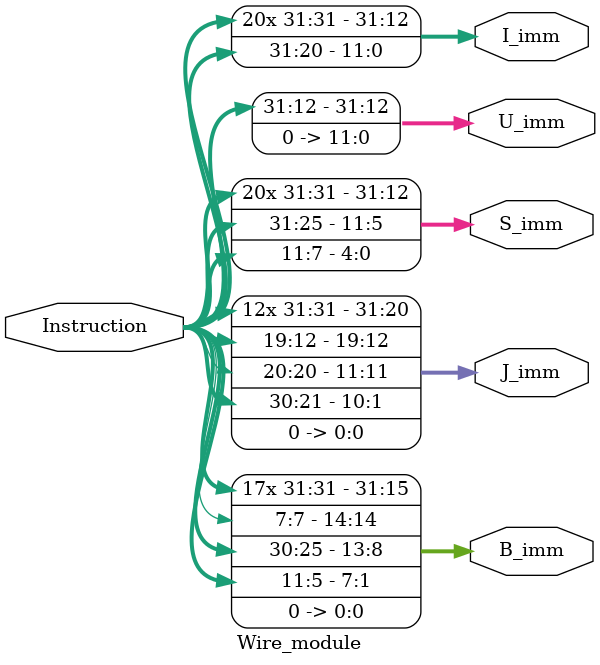
<source format=v>
/*
    Type of Insturctions 

                R-type	Register-register instructions
                I-type	Immediate instructions
                S-type	Store instructions
                B-type	Conditional branch instructions
                U-type	Upper immediate instructions
                J-type	Jump instructions

        - R-Type
            airthmetic and logical operations, that operate register values
            add , sub , bitwise And, OR, etc
                Example: add rd, rs1, rs2

                
                | imm[11:5] (7)   | rs2 (5) | rs1 (5) | funct3 (3) | imm[4:0] (5) | opcode (7) |




        - I-Type
            instructions involve an immediate value (constant) in the instruction itself, 
            typically used for arithmetic operations, sign extension, and loading/storing data from/to memory        
                Example: addi rd, rs1, imm (rd = rs1 + imm)

                
                | imm[11:0] (12) | rs1 (5) | funct3 (3) | rd (5)   | opcode (7) |


        - S-Type
            used for storing data from a register into memory. 
            They have an immediate offset to compute the memory address and use one source register (rs1) for data to be stored
                Example: sw rs2, offset(rs1)

                | imm[11:5] (7)   |   rs2 (5)         |   rs1 (5)   | funct3 (3) | imm[4:0] (5) | opcode (7) |
        
        - B-Type
            B-Type instructions are used for conditional branching, 
            enabling the program to jump to a different location in the code based on a specified condition. 
            They involve two source registers (rs1 and rs2) and an immediate offset.
                Example: beq rs1, rs2, offset (Branch to the instruction at offset if rs1 and rs2 are equal)

                | imm[12]   | imm[10:5]         | rs2 (5)         | rs1 (5)   | funct3 (3) | imm[4:1]   | imm[11] | opcode (7) |
        
        - U-Type
            U-Type instructions are used for loading immediate values into a register
                Example: lui rd, imm

                
                | imm[31:12] (20)   | rd (5) | opcode (7) |
                


        
        - J-Type
            J-Type instructions are used for unconditional jumping to a specified target address. 
            They involve an immediate offset.
                Example: jal offset (Jump to the instruction at offset and store the return address in the rd register)

                | imm[20] (1)      | imm[10:1] (10)   | imm[11] (1)   | imm[19:12] (8) | rd (5) | opcode (7) |
*/

module Wire_module (
    // inputs
    Instruction,
    // outputs
    B_imm,
    J_imm,
    S_imm,
    U_imm,
    I_imm

);

input  [31:0] Instruction;
output [31:0] B_imm,J_imm,S_imm,U_imm,I_imm;

// sign extention imidiate value for B type 
// | imm[12]   | imm[10:5]         | rs2 (5)         | rs1 (5)   | funct3 (3) | imm[4:1]   | imm[11] | opcode (7) |
assign B_imm={{20{Instruction[31]}},Instruction[7],Instruction[30:25],Instruction[11:5],1'b0};

// sign extention imidiate value for J type 
// | imm[20] (1)      | imm[10:1] (10)   | imm[11] (1)   | imm[19:12] (8) | rd (5) | opcode (7) |
assign J_imm={{12{Instruction[31]}},Instruction[19:12],Instruction[20],Instruction[30:21],1'b0};

// sign extention imidiate value for S type 
// | imm[11:5] (7)   |   rs2 (5)         |   rs1 (5)   | funct3 (3) | imm[4:0] (5) | opcode (7) |
assign S_imm={{21{Instruction[31]}},Instruction[30:25],Instruction[11:7]};

// sign extention imidiate value for U type 
// | imm[31:12] (20)   | rd (5) | opcode (7) |
assign U_imm={Instruction[31:12],{12{1'b0}}};

// sign extention imidiate value for I type
//  | imm[11:0] (12) | rs1 (5) | funct3 (3) | rd (5)   | opcode (7) |
assign I_imm={{21{Instruction[31]}},Instruction[30:20]};
    
endmodule
</source>
